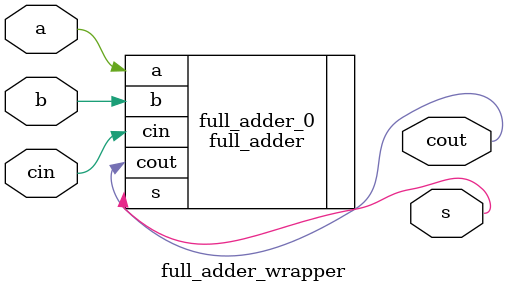
<source format=v>
module full_adder_wrapper (
                           input  a, b, cin,
                           output s, cout
                           );
   full_adder full_adder_0(
                           .a(a),
                           .b(b),
                           .cin(cin),
                           .s(s),
                           .cout(cout)
                           );

endmodule // full_adder_wrapper

</source>
